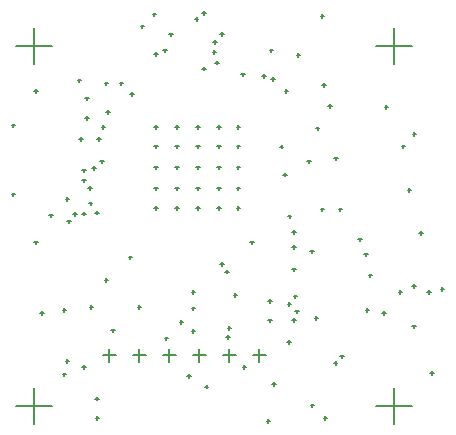
<source format=gbr>
%TF.GenerationSoftware,Altium Limited,Altium Designer,21.3.2 (30)*%
G04 Layer_Color=128*
%FSLAX44Y44*%
%MOMM*%
%TF.SameCoordinates,DF9C5644-7730-4CB0-946D-AD2690A7FF42*%
%TF.FilePolarity,Positive*%
%TF.FileFunction,Drillmap*%
%TF.Part,Single*%
G01*
G75*
%TA.AperFunction,NonConductor*%
%ADD65C,0.1270*%
D65*
X718400Y652540D02*
X729400D01*
X723900Y647040D02*
Y658040D01*
X667600Y652540D02*
X678600D01*
X673100Y647040D02*
Y658040D01*
X693000Y652540D02*
X704000D01*
X698500Y647040D02*
Y658040D01*
X743800Y652540D02*
X754800D01*
X749300Y647040D02*
Y658040D01*
X769200Y652540D02*
X780200D01*
X774700Y647040D02*
Y658040D01*
X794600Y652540D02*
X805600D01*
X800100Y647040D02*
Y658040D01*
X594360Y609600D02*
X624840D01*
X609600Y594360D02*
Y624840D01*
X899160Y609600D02*
X929640D01*
X914400Y594360D02*
Y624840D01*
X899160Y914400D02*
X929640D01*
X914400Y899160D02*
Y929640D01*
X594360Y914400D02*
X624840D01*
X609600Y899160D02*
Y929640D01*
X711200Y907542D02*
X714248D01*
X712724Y906018D02*
Y909066D01*
X762508Y900176D02*
X765556D01*
X764032Y898652D02*
Y901700D01*
X760476Y909066D02*
X763524D01*
X762000Y907542D02*
Y910590D01*
X760984Y917448D02*
X764032D01*
X762508Y915924D02*
Y918972D01*
X674817Y673507D02*
X677865D01*
X676341Y671983D02*
Y675031D01*
X660847Y615849D02*
X663895D01*
X662371Y614325D02*
Y617373D01*
X753811Y626009D02*
X756859D01*
X755335Y624485D02*
Y627533D01*
X810961Y628041D02*
X814009D01*
X812485Y626517D02*
Y629565D01*
X843473Y610007D02*
X846521D01*
X844997Y608483D02*
Y611531D01*
X846775Y683921D02*
X849823D01*
X848299Y682397D02*
Y685445D01*
X823722Y663702D02*
X826770D01*
X825246Y662178D02*
Y665226D01*
X935421Y756057D02*
X938469D01*
X936945Y754533D02*
Y757581D01*
X906109Y862864D02*
X909157D01*
X907633Y861340D02*
Y864388D01*
X929833Y839877D02*
X932881D01*
X931357Y838353D02*
Y841401D01*
X660908Y773176D02*
X663956D01*
X662432Y771652D02*
Y774700D01*
X655574Y781050D02*
X658622D01*
X657098Y779526D02*
Y782574D01*
X751840Y895096D02*
X754888D01*
X753364Y893572D02*
Y896620D01*
X723900Y924052D02*
X726948D01*
X725424Y922528D02*
Y925576D01*
X718566Y910590D02*
X721614D01*
X720090Y909066D02*
Y912114D01*
X766886Y729504D02*
X769934D01*
X768410Y727980D02*
Y731028D01*
X696976Y693420D02*
X700024D01*
X698500Y691896D02*
Y694944D01*
X771296Y723290D02*
X774344D01*
X772820Y721766D02*
Y724814D01*
X809986Y886440D02*
X813034D01*
X811510Y884916D02*
Y887964D01*
X830326Y689610D02*
X833374D01*
X831850Y688086D02*
Y691134D01*
X827610Y682075D02*
X830658D01*
X829135Y680551D02*
Y683599D01*
X953585Y708565D02*
X956633D01*
X955109Y707041D02*
Y710089D01*
X843095Y740315D02*
X846143D01*
X844619Y738791D02*
Y741839D01*
X662686Y835660D02*
X665734D01*
X664210Y834136D02*
Y837184D01*
X649986Y808990D02*
X653034D01*
X651510Y807466D02*
Y810514D01*
X665226Y816610D02*
X668274D01*
X666750Y815086D02*
Y818134D01*
X658590Y810883D02*
X661638D01*
X660114Y809359D02*
Y812407D01*
X649809Y800570D02*
X652857D01*
X651333Y799046D02*
Y802094D01*
X858266Y863600D02*
X861314D01*
X859790Y862076D02*
Y865124D01*
X863346Y819150D02*
X866394D01*
X864870Y817626D02*
Y820674D01*
X840486Y816610D02*
X843534D01*
X842010Y815086D02*
Y818134D01*
X817395Y829079D02*
X820443D01*
X818919Y827555D02*
Y830603D01*
X719836Y666750D02*
X722884D01*
X721360Y665226D02*
Y668274D01*
X732536Y680720D02*
X735584D01*
X734060Y679196D02*
Y682244D01*
X847904Y844550D02*
X850952D01*
X849428Y843026D02*
Y846074D01*
X853186Y881380D02*
X856234D01*
X854710Y879856D02*
Y882904D01*
X738886Y635000D02*
X741934D01*
X740410Y633476D02*
Y636524D01*
X792226Y748030D02*
X795274D01*
X793750Y746506D02*
Y749554D01*
X821436Y876300D02*
X824484D01*
X822960Y874776D02*
Y877824D01*
X802386Y889000D02*
X805434D01*
X803910Y887476D02*
Y890524D01*
X766826Y924560D02*
X769874D01*
X768350Y923036D02*
Y926084D01*
X636016Y647700D02*
X639064D01*
X637540Y646176D02*
Y649224D01*
X637286Y765810D02*
X640334D01*
X638810Y764286D02*
Y767334D01*
X778256Y703580D02*
X781304D01*
X779780Y702056D02*
Y705104D01*
X807466Y681990D02*
X810514D01*
X808990Y680466D02*
Y683514D01*
X771906Y668020D02*
X774954D01*
X773430Y666496D02*
Y669544D01*
X647446Y835660D02*
X650494D01*
X648970Y834136D02*
Y837184D01*
X784606Y890270D02*
X787654D01*
X786130Y888746D02*
Y891794D01*
X609346Y748030D02*
X612394D01*
X610870Y746506D02*
Y749554D01*
X636016Y784860D02*
X639064D01*
X637540Y783336D02*
Y786384D01*
X642412Y772200D02*
X645460D01*
X643936Y770676D02*
Y773724D01*
X650031Y772329D02*
X653079D01*
X651555Y770805D02*
Y773853D01*
X655066Y794180D02*
X658114D01*
X656590Y792656D02*
Y795704D01*
X785876Y642620D02*
X788924D01*
X787400Y641096D02*
Y644144D01*
X773176Y675640D02*
X776224D01*
X774700Y674116D02*
Y677164D01*
X944626Y637540D02*
X947674D01*
X946150Y636016D02*
Y639064D01*
X929386Y711200D02*
X932434D01*
X930910Y709676D02*
Y712724D01*
X929386Y676910D02*
X932434D01*
X930910Y675386D02*
Y678434D01*
X646176Y885190D02*
X649224D01*
X647700Y883666D02*
Y886714D01*
X699516Y930910D02*
X702564D01*
X701040Y929386D02*
Y932434D01*
X622046Y770890D02*
X625094D01*
X623570Y769366D02*
Y772414D01*
X709676Y941070D02*
X712724D01*
X711200Y939546D02*
Y942594D01*
X609346Y876300D02*
X612394D01*
X610870Y874776D02*
Y877824D01*
X590296Y788670D02*
X593344D01*
X591820Y787146D02*
Y790194D01*
X590296Y847090D02*
X593344D01*
X591820Y845566D02*
Y848614D01*
X652526Y869950D02*
X655574D01*
X654050Y868426D02*
Y871474D01*
X669036Y882650D02*
X672084D01*
X670560Y881126D02*
Y884174D01*
X690626Y873760D02*
X693674D01*
X692150Y872236D02*
Y875284D01*
X670306Y858520D02*
X673354D01*
X671830Y856996D02*
Y860044D01*
X780796Y777240D02*
X783844D01*
X782320Y775716D02*
Y778764D01*
X764286Y777240D02*
X767334D01*
X765810Y775716D02*
Y778764D01*
X746506Y777240D02*
X749554D01*
X748030Y775716D02*
Y778764D01*
X728726Y777240D02*
X731774D01*
X730250Y775716D02*
Y778764D01*
X710946Y777240D02*
X713994D01*
X712470Y775716D02*
Y778764D01*
X780796Y793750D02*
X783844D01*
X782320Y792226D02*
Y795274D01*
X764286Y793750D02*
X767334D01*
X765810Y792226D02*
Y795274D01*
X746506Y793750D02*
X749554D01*
X748030Y792226D02*
Y795274D01*
X728726Y793750D02*
X731774D01*
X730250Y792226D02*
Y795274D01*
X710946Y793750D02*
X713994D01*
X712470Y792226D02*
Y795274D01*
X780796Y811530D02*
X783844D01*
X782320Y810006D02*
Y813054D01*
X764286Y811530D02*
X767334D01*
X765810Y810006D02*
Y813054D01*
X746506Y811530D02*
X749554D01*
X748030Y810006D02*
Y813054D01*
X728726Y811530D02*
X731774D01*
X730250Y810006D02*
Y813054D01*
X710946Y811530D02*
X713994D01*
X712470Y810006D02*
Y813054D01*
X780796Y829310D02*
X783844D01*
X782320Y827786D02*
Y830834D01*
X764286Y829310D02*
X767334D01*
X765810Y827786D02*
Y830834D01*
X746506Y829310D02*
X749554D01*
X748030Y827786D02*
Y830834D01*
X728726Y829310D02*
X731774D01*
X730250Y827786D02*
Y830834D01*
X710946Y829310D02*
X713994D01*
X712470Y827786D02*
Y830834D01*
X780796Y845820D02*
X783844D01*
X782320Y844296D02*
Y847344D01*
X764286Y845820D02*
X767334D01*
X765810Y844296D02*
Y847344D01*
X746506Y845820D02*
X749554D01*
X748030Y844296D02*
Y847344D01*
X728726Y845820D02*
X731774D01*
X730250Y844296D02*
Y847344D01*
X710946Y845820D02*
X713994D01*
X712470Y844296D02*
Y847344D01*
X808736Y910590D02*
X811784D01*
X810260Y909066D02*
Y912114D01*
X831596Y906780D02*
X834644D01*
X833120Y905256D02*
Y908304D01*
X851916Y939800D02*
X854964D01*
X853440Y938276D02*
Y941324D01*
X656336Y693420D02*
X659384D01*
X657860Y691896D02*
Y694944D01*
X633476Y690880D02*
X636524D01*
X635000Y689356D02*
Y692404D01*
X614426Y688340D02*
X617474D01*
X615950Y686816D02*
Y689864D01*
X689356Y735330D02*
X692404D01*
X690880Y733806D02*
Y736854D01*
X669036Y716280D02*
X672084D01*
X670560Y714756D02*
Y717804D01*
X925576Y792480D02*
X928624D01*
X927100Y790956D02*
Y794004D01*
X920496Y829310D02*
X923544D01*
X922020Y827786D02*
Y830834D01*
X863038Y646122D02*
X866086D01*
X864562Y644598D02*
Y647646D01*
X868426Y651510D02*
X871474D01*
X869950Y649986D02*
Y653034D01*
X823976Y695960D02*
X827024D01*
X825500Y694436D02*
Y697484D01*
X854456Y599440D02*
X857504D01*
X855980Y597916D02*
Y600964D01*
X806196Y596900D02*
X809244D01*
X807720Y595376D02*
Y598424D01*
X903986Y688340D02*
X907034D01*
X905510Y686816D02*
Y689864D01*
X890016Y690880D02*
X893064D01*
X891540Y689356D02*
Y692404D01*
X892556Y720090D02*
X895604D01*
X894080Y718566D02*
Y721614D01*
X888746Y737870D02*
X891794D01*
X890270Y736346D02*
Y739394D01*
X883666Y750570D02*
X886714D01*
X885190Y749046D02*
Y752094D01*
X867156Y775970D02*
X870204D01*
X868680Y774446D02*
Y777494D01*
X851916Y775970D02*
X854964D01*
X853440Y774446D02*
Y777494D01*
X829056Y702310D02*
X832104D01*
X830580Y700786D02*
Y703834D01*
X827786Y725170D02*
X830834D01*
X829310Y723646D02*
Y726694D01*
X827786Y744220D02*
X830834D01*
X829310Y742696D02*
Y745744D01*
X807466Y698500D02*
X810514D01*
X808990Y696976D02*
Y700024D01*
X661416Y599440D02*
X664464D01*
X662940Y597916D02*
Y600964D01*
X633476Y636270D02*
X636524D01*
X635000Y634746D02*
Y637794D01*
X942086Y706120D02*
X945134D01*
X943610Y704596D02*
Y707644D01*
X917956Y706120D02*
X921004D01*
X919480Y704596D02*
Y707644D01*
X827786Y756920D02*
X830834D01*
X829310Y755396D02*
Y758444D01*
X824087Y770011D02*
X827135D01*
X825611Y768487D02*
Y771535D01*
X652526Y853440D02*
X655574D01*
X654050Y851916D02*
Y854964D01*
X681736Y882650D02*
X684784D01*
X683260Y881126D02*
Y884174D01*
X751586Y942340D02*
X754634D01*
X753110Y940816D02*
Y943864D01*
X745326Y937260D02*
X748374D01*
X746850Y935736D02*
Y938784D01*
X666496Y845820D02*
X669544D01*
X668020Y844296D02*
Y847344D01*
X742696Y706120D02*
X745744D01*
X744220Y704596D02*
Y707644D01*
X819991Y805355D02*
X823039D01*
X821515Y803831D02*
Y806879D01*
X649986Y642620D02*
X653034D01*
X651510Y641096D02*
Y644144D01*
X742696Y673100D02*
X745744D01*
X744220Y671576D02*
Y674624D01*
X742696Y692150D02*
X745744D01*
X744220Y690626D02*
Y693674D01*
%TF.MD5,76fcfeba71631d76cb31cd32cfc03d08*%
M02*

</source>
